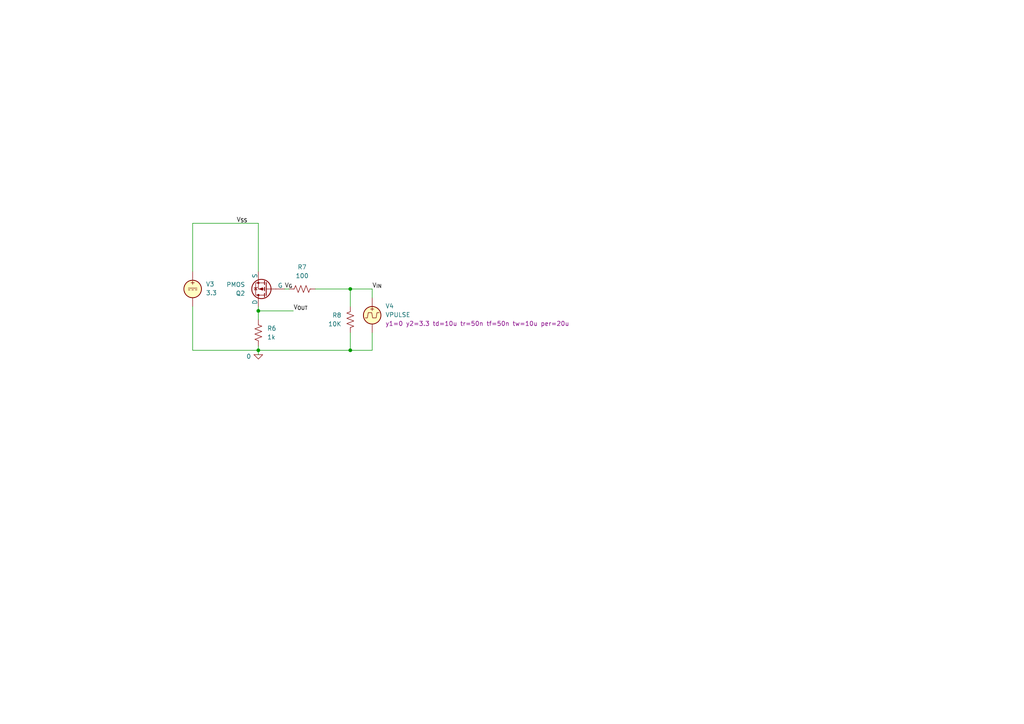
<source format=kicad_sch>
(kicad_sch (version 20250114) (generator "eeschema") (generator_version "9.0")
  (paper "A4")
  (lib_symbols
    (symbol "Device:R_US" (pin_numbers (hide yes)) (pin_names (offset 0))
      (property "Reference" "R" (at 2.54 0 90))
      (property "Value" "R_US" (at -2.54 0 90))
      (symbol "R_US_0_1"
        (polyline (pts (xy 0 2.286) (xy 0 2.54)))
        (polyline (pts (xy 0 2.286) (xy 1.016 1.905) (xy 0 1.524) (xy -1.016 1.143) (xy 0 0.762)))
        (polyline (pts (xy 0 0.762) (xy 1.016 0.381) (xy 0 0) (xy -1.016 -0.381) (xy 0 -0.762)))
        (polyline (pts (xy 0 -0.762) (xy 1.016 -1.143) (xy 0 -1.524) (xy -1.016 -1.905) (xy 0 -2.286)))
        (polyline (pts (xy 0 -2.286) (xy 0 -2.54)))
      )
      (symbol "R_US_1_1"
        (pin passive line (at 0 3.81 270) (length 1.27) (name "~") (number "1"))
        (pin passive line (at 0 -3.81 90) (length 1.27) (name "~") (number "2"))
      )
    )
    (symbol "Simulation_SPICE:0" (power) (pin_numbers (hide yes)) (pin_names (offset 0) (hide yes))
      (property "Value" "0" (at 0 -2.54 0))
      (symbol "0_0_1"
        (polyline (pts (xy -1.27 0) (xy 0 -1.27) (xy 1.27 0) (xy -1.27 0)))
      )
      (symbol "0_1_1"
        (pin power_in line (at 0 0 0) (length 0) (name "~") (number "1"))
      )
    )
    (symbol "Simulation_SPICE:PMOS" (pin_numbers (hide yes)) (pin_names (offset 0))
      (property "Reference" "Q" (at 5.08 1.27 0))
      (property "Value" "PMOS" (at 5.08 -1.27 0))
      (symbol "PMOS_0_1"
        (polyline (pts (xy 0.254 1.905) (xy 0.254 -1.905)) (stroke (width 0.254)))
        (polyline (pts (xy 0.254 0) (xy -2.54 0)))
        (polyline (pts (xy 0.762 2.286) (xy 0.762 1.27)) (stroke (width 0.254)))
        (polyline (pts (xy 0.762 1.778) (xy 3.302 1.778) (xy 3.302 -1.778) (xy 0.762 -1.778)))
        (polyline (pts (xy 0.762 0.508) (xy 0.762 -0.508)) (stroke (width 0.254)))
        (polyline (pts (xy 0.762 -1.27) (xy 0.762 -2.286)) (stroke (width 0.254)))
        (circle (center 1.651 0) (radius 2.794) (stroke (width 0.254)))
        (polyline (pts (xy 2.286 0) (xy 1.27 0.381) (xy 1.27 -0.381) (xy 2.286 0)) (fill (type outline)))
        (polyline (pts (xy 2.54 2.54) (xy 2.54 1.778)))
        (circle (center 2.54 1.778) (radius 0.254) (fill (type outline)))
        (circle (center 2.54 -1.778) (radius 0.254) (fill (type outline)))
        (polyline (pts (xy 2.54 -2.54) (xy 2.54 0) (xy 0.762 0)))
        (polyline (pts (xy 2.794 -0.508) (xy 2.921 -0.381) (xy 3.683 -0.381) (xy 3.81 -0.254)))
        (polyline (pts (xy 3.302 -0.381) (xy 2.921 0.254) (xy 3.683 0.254) (xy 3.302 -0.381)))
      )
      (symbol "PMOS_1_1"
        (pin input line (at -5.08 0 0) (length 2.54) (name "G") (number "2"))
        (pin passive line (at 2.54 5.08 270) (length 2.54) (name "D") (number "1"))
        (pin passive line (at 2.54 -5.08 90) (length 2.54) (name "S") (number "3"))
      )
    )
    (symbol "Simulation_SPICE:VDC" (pin_numbers (hide yes)) (pin_names (offset 0.0254))
      (property "Reference" "V" (at 2.54 2.54 0))
      (property "Value" "1" (at 2.54 0 0))
      (symbol "VDC_0_0"
        (polyline (pts (xy -1.27 0.254) (xy 1.27 0.254)))
        (polyline (pts (xy -0.762 -0.254) (xy -1.27 -0.254)))
        (polyline (pts (xy 0.254 -0.254) (xy -0.254 -0.254)))
        (polyline (pts (xy 1.27 -0.254) (xy 0.762 -0.254)))
        (text "+" (at 0 1.905 0) (effects (font (size 1.27 1.27))))
      )
      (symbol "VDC_0_1"
        (circle (center 0 0) (radius 2.54) (stroke (width 0.254)) (fill (type background)))
      )
      (symbol "VDC_1_1"
        (pin passive line (at 0 5.08 270) (length 2.54) (name "~") (number "1"))
        (pin passive line (at 0 -5.08 90) (length 2.54) (name "~") (number "2"))
      )
    )
    (symbol "Simulation_SPICE:VPULSE" (pin_numbers (hide yes)) (pin_names (offset 0.0254))
      (property "Reference" "V" (at 2.54 2.54 0))
      (property "Value" "VPULSE" (at 2.54 0 0))
      (property "Sim.Params" "y1=0 y2=1 td=2n tr=2n tf=2n tw=50n per=100n" (at 2.54 -2.54 0))
      (symbol "VPULSE_0_0"
        (polyline (pts (xy -2.032 -0.762) (xy -1.397 -0.762) (xy -1.143 0.762) (xy -0.127 0.762) (xy 0.127 -0.762) (xy 1.143 -0.762) (xy 1.397 0.762) (xy 2.032 0.762)))
        (text "+" (at 0 1.905 0) (effects (font (size 1.27 1.27))))
      )
      (symbol "VPULSE_0_1"
        (circle (center 0 0) (radius 2.54) (stroke (width 0.254)) (fill (type background)))
      )
      (symbol "VPULSE_1_1"
        (pin passive line (at 0 5.08 270) (length 2.54) (name "~") (number "1"))
        (pin passive line (at 0 -5.08 90) (length 2.54) (name "~") (number "2"))
      )
    )
  )
  (junction (at 101.6 83.82))
  (junction (at 74.93 90.17))
  (junction (at 74.93 101.6))
  (junction (at 101.6 101.6))
  (wire (pts (xy 101.6 83.82) (xy 107.95 83.82)))
  (wire (pts (xy 74.93 101.6) (xy 101.6 101.6)))
  (wire (pts (xy 74.93 64.77) (xy 55.88 64.77)))
  (wire (pts (xy 101.6 96.52) (xy 101.6 101.6)))
  (wire (pts (xy 55.88 101.6) (xy 74.93 101.6)))
  (wire (pts (xy 74.93 100.33) (xy 74.93 101.6)))
  (wire (pts (xy 91.44 83.82) (xy 101.6 83.82)))
  (wire (pts (xy 55.88 88.9) (xy 55.88 101.6)))
  (wire (pts (xy 74.93 64.77) (xy 74.93 78.74)))
  (wire (pts (xy 107.95 83.82) (xy 107.95 86.36)))
  (wire (pts (xy 107.95 101.6) (xy 107.95 96.52)))
  (wire (pts (xy 74.93 88.9) (xy 74.93 90.17)))
  (wire (pts (xy 55.88 64.77) (xy 55.88 78.74)))
  (wire (pts (xy 74.93 101.6) (xy 74.93 102.87)))
  (wire (pts (xy 74.93 90.17) (xy 85.09 90.17)))
  (wire (pts (xy 101.6 101.6) (xy 107.95 101.6)))
  (wire (pts (xy 82.55 83.82) (xy 83.82 83.82)))
  (wire (pts (xy 74.93 90.17) (xy 74.93 92.71)))
  (wire (pts (xy 101.6 83.82) (xy 101.6 88.9)))
  (label "V_{IN}" (at 107.95 83.82 0))
  (label "V_{SS}" (at 68.58 64.77 0))
  (label "V_{G}" (at 82.55 83.82 0))
  (label "V_{OUT}" (at 85.09 90.17 0))
  (symbol (lib_id "Simulation_SPICE:PMOS") (at 77.47 83.82 180) (unit 1)
    (property "Reference" "Q2" (at 71.12 85.0901 0) (effects (justify left)))
    (property "Value" "PMOS" (at 71.12 82.5501 0) (effects (justify left)))
    (property "Datasheet" "https://ngspice.sourceforge.io/docs/ngspice-html-manual/manual.xhtml#cha_MOSFETs" (effects (hide yes)))
    (property "Description" "P-MOSFET transistor, drain/source/gate" (effects (hide yes)))
    (property "Sim.Device" "PMOS" (effects (hide yes)))
    (property "Sim.Type" "VDMOS" (effects (hide yes)))
    (property "Sim.Pins" "1=D 2=G 3=S" (effects (hide yes)))
    (property "Sim.Params" "vto=1.0" (effects (hide yes)))
  )
  (symbol (lib_id "Simulation_SPICE:VPULSE") (at 107.95 91.44 0) (unit 1)
    (property "Reference" "V4" (at 111.76 88.7701 0) (effects (justify left)))
    (property "Value" "VPULSE" (at 111.76 91.3101 0) (effects (justify left)))
    (property "Datasheet" "https://ngspice.sourceforge.io/docs/ngspice-html-manual/manual.xhtml#sec_Independent_Sources_for" (effects (hide yes)))
    (property "Description" "Voltage source, pulse" (effects (hide yes)))
    (property "Sim.Pins" "1=+ 2=-" (effects (hide yes)))
    (property "Sim.Type" "PULSE" (effects (hide yes)))
    (property "Sim.Device" "V" (effects (hide yes)))
    (property "Sim.Params" "y1=0 y2=3.3 td=10u tr=50n tf=50n tw=10u per=20u" (at 111.76 93.8501 0) (effects (justify left)))
  )
  (symbol (lib_id "Device:R_US") (at 87.63 83.82 90) (unit 1)
    (property "Reference" "R7" (at 87.63 77.47 90))
    (property "Value" "100" (at 87.63 80.01 90))
    (property "Description" "Resistor, US symbol" (effects (hide yes)))
  )
  (symbol (lib_id "Device:R_US") (at 74.93 96.52 180) (unit 1)
    (property "Reference" "R6" (at 77.47 95.2499 0) (effects (justify right)))
    (property "Value" "1k" (at 77.47 97.7899 0) (effects (justify right)))
    (property "Description" "Resistor, US symbol" (effects (hide yes)))
  )
  (symbol (lib_id "Simulation_SPICE:0") (at 74.93 102.87 0) (unit 1)
    (property "Reference" "#GND02" (effects (hide yes)))
    (property "Value" "0" (at 72.136 103.378 0))
    (property "Datasheet" "https://ngspice.sourceforge.io/docs/ngspice-html-manual/manual.xhtml#subsec_Circuit_elements__device" (effects (hide yes)))
    (property "Description" "0V reference potential for simulation" (effects (hide yes)))
  )
  (symbol (lib_id "Device:R_US") (at 101.6 92.71 0) (mirror x) (unit 1)
    (property "Reference" "R8" (at 99.06 91.4399 0) (effects (justify right)))
    (property "Value" "10K" (at 99.06 93.9799 0) (effects (justify right)))
    (property "Description" "Resistor, US symbol" (effects (hide yes)))
  )
  (symbol (lib_id "Simulation_SPICE:VDC") (at 55.88 83.82 0) (unit 1)
    (property "Reference" "V3" (at 59.69 82.4201 0) (effects (justify left)))
    (property "Value" "3.3" (at 59.69 84.9601 0) (effects (justify left)))
    (property "Datasheet" "https://ngspice.sourceforge.io/docs/ngspice-html-manual/manual.xhtml#sec_Independent_Sources_for" (effects (hide yes)))
    (property "Description" "Voltage source, DC" (effects (hide yes)))
    (property "Sim.Pins" "1=+ 2=-" (effects (hide yes)))
    (property "Sim.Type" "DC" (effects (hide yes)))
    (property "Sim.Device" "V" (effects (hide yes)))
  )
)
</source>
